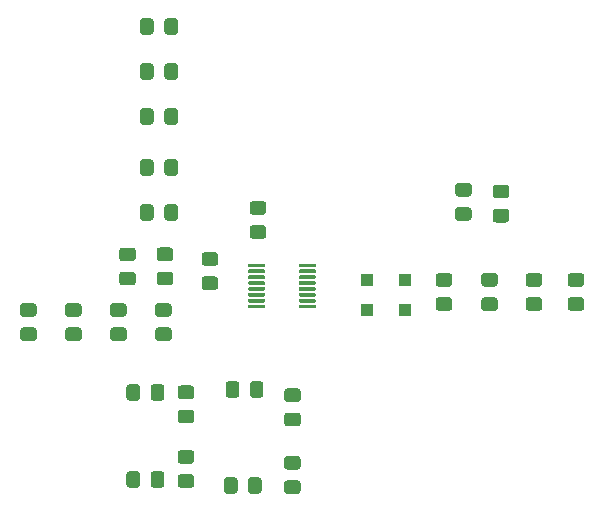
<source format=gbr>
%TF.GenerationSoftware,KiCad,Pcbnew,(5.1.9)-1*%
%TF.CreationDate,2021-07-15T19:41:30-04:00*%
%TF.ProjectId,detector_circuit_LTC6254,64657465-6374-46f7-925f-636972637569,rev?*%
%TF.SameCoordinates,Original*%
%TF.FileFunction,Paste,Top*%
%TF.FilePolarity,Positive*%
%FSLAX46Y46*%
G04 Gerber Fmt 4.6, Leading zero omitted, Abs format (unit mm)*
G04 Created by KiCad (PCBNEW (5.1.9)-1) date 2021-07-15 19:41:30*
%MOMM*%
%LPD*%
G01*
G04 APERTURE LIST*
%ADD10R,1.000000X1.000000*%
G04 APERTURE END LIST*
%TO.C,U1*%
G36*
G01*
X110518000Y-125960000D02*
X110518000Y-125810000D01*
G75*
G02*
X110593000Y-125735000I75000J0D01*
G01*
X111893000Y-125735000D01*
G75*
G02*
X111968000Y-125810000I0J-75000D01*
G01*
X111968000Y-125960000D01*
G75*
G02*
X111893000Y-126035000I-75000J0D01*
G01*
X110593000Y-126035000D01*
G75*
G02*
X110518000Y-125960000I0J75000D01*
G01*
G37*
G36*
G01*
X110518000Y-126460000D02*
X110518000Y-126310000D01*
G75*
G02*
X110593000Y-126235000I75000J0D01*
G01*
X111893000Y-126235000D01*
G75*
G02*
X111968000Y-126310000I0J-75000D01*
G01*
X111968000Y-126460000D01*
G75*
G02*
X111893000Y-126535000I-75000J0D01*
G01*
X110593000Y-126535000D01*
G75*
G02*
X110518000Y-126460000I0J75000D01*
G01*
G37*
G36*
G01*
X110518000Y-126960000D02*
X110518000Y-126810000D01*
G75*
G02*
X110593000Y-126735000I75000J0D01*
G01*
X111893000Y-126735000D01*
G75*
G02*
X111968000Y-126810000I0J-75000D01*
G01*
X111968000Y-126960000D01*
G75*
G02*
X111893000Y-127035000I-75000J0D01*
G01*
X110593000Y-127035000D01*
G75*
G02*
X110518000Y-126960000I0J75000D01*
G01*
G37*
G36*
G01*
X110518000Y-127460000D02*
X110518000Y-127310000D01*
G75*
G02*
X110593000Y-127235000I75000J0D01*
G01*
X111893000Y-127235000D01*
G75*
G02*
X111968000Y-127310000I0J-75000D01*
G01*
X111968000Y-127460000D01*
G75*
G02*
X111893000Y-127535000I-75000J0D01*
G01*
X110593000Y-127535000D01*
G75*
G02*
X110518000Y-127460000I0J75000D01*
G01*
G37*
G36*
G01*
X110518000Y-127960000D02*
X110518000Y-127810000D01*
G75*
G02*
X110593000Y-127735000I75000J0D01*
G01*
X111893000Y-127735000D01*
G75*
G02*
X111968000Y-127810000I0J-75000D01*
G01*
X111968000Y-127960000D01*
G75*
G02*
X111893000Y-128035000I-75000J0D01*
G01*
X110593000Y-128035000D01*
G75*
G02*
X110518000Y-127960000I0J75000D01*
G01*
G37*
G36*
G01*
X110518000Y-128460000D02*
X110518000Y-128310000D01*
G75*
G02*
X110593000Y-128235000I75000J0D01*
G01*
X111893000Y-128235000D01*
G75*
G02*
X111968000Y-128310000I0J-75000D01*
G01*
X111968000Y-128460000D01*
G75*
G02*
X111893000Y-128535000I-75000J0D01*
G01*
X110593000Y-128535000D01*
G75*
G02*
X110518000Y-128460000I0J75000D01*
G01*
G37*
G36*
G01*
X110518000Y-128960000D02*
X110518000Y-128810000D01*
G75*
G02*
X110593000Y-128735000I75000J0D01*
G01*
X111893000Y-128735000D01*
G75*
G02*
X111968000Y-128810000I0J-75000D01*
G01*
X111968000Y-128960000D01*
G75*
G02*
X111893000Y-129035000I-75000J0D01*
G01*
X110593000Y-129035000D01*
G75*
G02*
X110518000Y-128960000I0J75000D01*
G01*
G37*
G36*
G01*
X110518000Y-129460000D02*
X110518000Y-129310000D01*
G75*
G02*
X110593000Y-129235000I75000J0D01*
G01*
X111893000Y-129235000D01*
G75*
G02*
X111968000Y-129310000I0J-75000D01*
G01*
X111968000Y-129460000D01*
G75*
G02*
X111893000Y-129535000I-75000J0D01*
G01*
X110593000Y-129535000D01*
G75*
G02*
X110518000Y-129460000I0J75000D01*
G01*
G37*
G36*
G01*
X106218000Y-129460000D02*
X106218000Y-129310000D01*
G75*
G02*
X106293000Y-129235000I75000J0D01*
G01*
X107593000Y-129235000D01*
G75*
G02*
X107668000Y-129310000I0J-75000D01*
G01*
X107668000Y-129460000D01*
G75*
G02*
X107593000Y-129535000I-75000J0D01*
G01*
X106293000Y-129535000D01*
G75*
G02*
X106218000Y-129460000I0J75000D01*
G01*
G37*
G36*
G01*
X106218000Y-128960000D02*
X106218000Y-128810000D01*
G75*
G02*
X106293000Y-128735000I75000J0D01*
G01*
X107593000Y-128735000D01*
G75*
G02*
X107668000Y-128810000I0J-75000D01*
G01*
X107668000Y-128960000D01*
G75*
G02*
X107593000Y-129035000I-75000J0D01*
G01*
X106293000Y-129035000D01*
G75*
G02*
X106218000Y-128960000I0J75000D01*
G01*
G37*
G36*
G01*
X106218000Y-128460000D02*
X106218000Y-128310000D01*
G75*
G02*
X106293000Y-128235000I75000J0D01*
G01*
X107593000Y-128235000D01*
G75*
G02*
X107668000Y-128310000I0J-75000D01*
G01*
X107668000Y-128460000D01*
G75*
G02*
X107593000Y-128535000I-75000J0D01*
G01*
X106293000Y-128535000D01*
G75*
G02*
X106218000Y-128460000I0J75000D01*
G01*
G37*
G36*
G01*
X106218000Y-127960000D02*
X106218000Y-127810000D01*
G75*
G02*
X106293000Y-127735000I75000J0D01*
G01*
X107593000Y-127735000D01*
G75*
G02*
X107668000Y-127810000I0J-75000D01*
G01*
X107668000Y-127960000D01*
G75*
G02*
X107593000Y-128035000I-75000J0D01*
G01*
X106293000Y-128035000D01*
G75*
G02*
X106218000Y-127960000I0J75000D01*
G01*
G37*
G36*
G01*
X106218000Y-127460000D02*
X106218000Y-127310000D01*
G75*
G02*
X106293000Y-127235000I75000J0D01*
G01*
X107593000Y-127235000D01*
G75*
G02*
X107668000Y-127310000I0J-75000D01*
G01*
X107668000Y-127460000D01*
G75*
G02*
X107593000Y-127535000I-75000J0D01*
G01*
X106293000Y-127535000D01*
G75*
G02*
X106218000Y-127460000I0J75000D01*
G01*
G37*
G36*
G01*
X106218000Y-126960000D02*
X106218000Y-126810000D01*
G75*
G02*
X106293000Y-126735000I75000J0D01*
G01*
X107593000Y-126735000D01*
G75*
G02*
X107668000Y-126810000I0J-75000D01*
G01*
X107668000Y-126960000D01*
G75*
G02*
X107593000Y-127035000I-75000J0D01*
G01*
X106293000Y-127035000D01*
G75*
G02*
X106218000Y-126960000I0J75000D01*
G01*
G37*
G36*
G01*
X106218000Y-126460000D02*
X106218000Y-126310000D01*
G75*
G02*
X106293000Y-126235000I75000J0D01*
G01*
X107593000Y-126235000D01*
G75*
G02*
X107668000Y-126310000I0J-75000D01*
G01*
X107668000Y-126460000D01*
G75*
G02*
X107593000Y-126535000I-75000J0D01*
G01*
X106293000Y-126535000D01*
G75*
G02*
X106218000Y-126460000I0J75000D01*
G01*
G37*
G36*
G01*
X106218000Y-125960000D02*
X106218000Y-125810000D01*
G75*
G02*
X106293000Y-125735000I75000J0D01*
G01*
X107593000Y-125735000D01*
G75*
G02*
X107668000Y-125810000I0J-75000D01*
G01*
X107668000Y-125960000D01*
G75*
G02*
X107593000Y-126035000I-75000J0D01*
G01*
X106293000Y-126035000D01*
G75*
G02*
X106218000Y-125960000I0J75000D01*
G01*
G37*
%TD*%
%TO.C,R1*%
G36*
G01*
X107511001Y-121597000D02*
X106610999Y-121597000D01*
G75*
G02*
X106361000Y-121347001I0J249999D01*
G01*
X106361000Y-120696999D01*
G75*
G02*
X106610999Y-120447000I249999J0D01*
G01*
X107511001Y-120447000D01*
G75*
G02*
X107761000Y-120696999I0J-249999D01*
G01*
X107761000Y-121347001D01*
G75*
G02*
X107511001Y-121597000I-249999J0D01*
G01*
G37*
G36*
G01*
X107511001Y-123647000D02*
X106610999Y-123647000D01*
G75*
G02*
X106361000Y-123397001I0J249999D01*
G01*
X106361000Y-122746999D01*
G75*
G02*
X106610999Y-122497000I249999J0D01*
G01*
X107511001Y-122497000D01*
G75*
G02*
X107761000Y-122746999I0J-249999D01*
G01*
X107761000Y-123397001D01*
G75*
G02*
X107511001Y-123647000I-249999J0D01*
G01*
G37*
%TD*%
%TO.C,R26*%
G36*
G01*
X99628001Y-125525000D02*
X98727999Y-125525000D01*
G75*
G02*
X98478000Y-125275001I0J249999D01*
G01*
X98478000Y-124624999D01*
G75*
G02*
X98727999Y-124375000I249999J0D01*
G01*
X99628001Y-124375000D01*
G75*
G02*
X99878000Y-124624999I0J-249999D01*
G01*
X99878000Y-125275001D01*
G75*
G02*
X99628001Y-125525000I-249999J0D01*
G01*
G37*
G36*
G01*
X99628001Y-127575000D02*
X98727999Y-127575000D01*
G75*
G02*
X98478000Y-127325001I0J249999D01*
G01*
X98478000Y-126674999D01*
G75*
G02*
X98727999Y-126425000I249999J0D01*
G01*
X99628001Y-126425000D01*
G75*
G02*
X99878000Y-126674999I0J-249999D01*
G01*
X99878000Y-127325001D01*
G75*
G02*
X99628001Y-127575000I-249999J0D01*
G01*
G37*
%TD*%
%TO.C,R34*%
G36*
G01*
X95561999Y-126434000D02*
X96462001Y-126434000D01*
G75*
G02*
X96712000Y-126683999I0J-249999D01*
G01*
X96712000Y-127334001D01*
G75*
G02*
X96462001Y-127584000I-249999J0D01*
G01*
X95561999Y-127584000D01*
G75*
G02*
X95312000Y-127334001I0J249999D01*
G01*
X95312000Y-126683999D01*
G75*
G02*
X95561999Y-126434000I249999J0D01*
G01*
G37*
G36*
G01*
X95561999Y-124384000D02*
X96462001Y-124384000D01*
G75*
G02*
X96712000Y-124633999I0J-249999D01*
G01*
X96712000Y-125284001D01*
G75*
G02*
X96462001Y-125534000I-249999J0D01*
G01*
X95561999Y-125534000D01*
G75*
G02*
X95312000Y-125284001I0J249999D01*
G01*
X95312000Y-124633999D01*
G75*
G02*
X95561999Y-124384000I249999J0D01*
G01*
G37*
%TD*%
%TO.C,R39*%
G36*
G01*
X133534999Y-128593000D02*
X134435001Y-128593000D01*
G75*
G02*
X134685000Y-128842999I0J-249999D01*
G01*
X134685000Y-129493001D01*
G75*
G02*
X134435001Y-129743000I-249999J0D01*
G01*
X133534999Y-129743000D01*
G75*
G02*
X133285000Y-129493001I0J249999D01*
G01*
X133285000Y-128842999D01*
G75*
G02*
X133534999Y-128593000I249999J0D01*
G01*
G37*
G36*
G01*
X133534999Y-126543000D02*
X134435001Y-126543000D01*
G75*
G02*
X134685000Y-126792999I0J-249999D01*
G01*
X134685000Y-127443001D01*
G75*
G02*
X134435001Y-127693000I-249999J0D01*
G01*
X133534999Y-127693000D01*
G75*
G02*
X133285000Y-127443001I0J249999D01*
G01*
X133285000Y-126792999D01*
G75*
G02*
X133534999Y-126543000I249999J0D01*
G01*
G37*
%TD*%
%TO.C,C32*%
G36*
G01*
X97077000Y-136201999D02*
X97077000Y-137102001D01*
G75*
G02*
X96827001Y-137352000I-249999J0D01*
G01*
X96176999Y-137352000D01*
G75*
G02*
X95927000Y-137102001I0J249999D01*
G01*
X95927000Y-136201999D01*
G75*
G02*
X96176999Y-135952000I249999J0D01*
G01*
X96827001Y-135952000D01*
G75*
G02*
X97077000Y-136201999I0J-249999D01*
G01*
G37*
G36*
G01*
X99127000Y-136201999D02*
X99127000Y-137102001D01*
G75*
G02*
X98877001Y-137352000I-249999J0D01*
G01*
X98226999Y-137352000D01*
G75*
G02*
X97977000Y-137102001I0J249999D01*
G01*
X97977000Y-136201999D01*
G75*
G02*
X98226999Y-135952000I249999J0D01*
G01*
X98877001Y-135952000D01*
G75*
G02*
X99127000Y-136201999I0J-249999D01*
G01*
G37*
%TD*%
%TO.C,C27*%
G36*
G01*
X127184999Y-121109000D02*
X128085001Y-121109000D01*
G75*
G02*
X128335000Y-121358999I0J-249999D01*
G01*
X128335000Y-122009001D01*
G75*
G02*
X128085001Y-122259000I-249999J0D01*
G01*
X127184999Y-122259000D01*
G75*
G02*
X126935000Y-122009001I0J249999D01*
G01*
X126935000Y-121358999D01*
G75*
G02*
X127184999Y-121109000I249999J0D01*
G01*
G37*
G36*
G01*
X127184999Y-119059000D02*
X128085001Y-119059000D01*
G75*
G02*
X128335000Y-119308999I0J-249999D01*
G01*
X128335000Y-119959001D01*
G75*
G02*
X128085001Y-120209000I-249999J0D01*
G01*
X127184999Y-120209000D01*
G75*
G02*
X126935000Y-119959001I0J249999D01*
G01*
X126935000Y-119308999D01*
G75*
G02*
X127184999Y-119059000I249999J0D01*
G01*
G37*
%TD*%
%TO.C,C37*%
G36*
G01*
X122358999Y-128593000D02*
X123259001Y-128593000D01*
G75*
G02*
X123509000Y-128842999I0J-249999D01*
G01*
X123509000Y-129493001D01*
G75*
G02*
X123259001Y-129743000I-249999J0D01*
G01*
X122358999Y-129743000D01*
G75*
G02*
X122109000Y-129493001I0J249999D01*
G01*
X122109000Y-128842999D01*
G75*
G02*
X122358999Y-128593000I249999J0D01*
G01*
G37*
G36*
G01*
X122358999Y-126543000D02*
X123259001Y-126543000D01*
G75*
G02*
X123509000Y-126792999I0J-249999D01*
G01*
X123509000Y-127443001D01*
G75*
G02*
X123259001Y-127693000I-249999J0D01*
G01*
X122358999Y-127693000D01*
G75*
G02*
X122109000Y-127443001I0J249999D01*
G01*
X122109000Y-126792999D01*
G75*
G02*
X122358999Y-126543000I249999J0D01*
G01*
G37*
%TD*%
%TO.C,R42*%
G36*
G01*
X124009999Y-120964000D02*
X124910001Y-120964000D01*
G75*
G02*
X125160000Y-121213999I0J-249999D01*
G01*
X125160000Y-121864001D01*
G75*
G02*
X124910001Y-122114000I-249999J0D01*
G01*
X124009999Y-122114000D01*
G75*
G02*
X123760000Y-121864001I0J249999D01*
G01*
X123760000Y-121213999D01*
G75*
G02*
X124009999Y-120964000I249999J0D01*
G01*
G37*
G36*
G01*
X124009999Y-118914000D02*
X124910001Y-118914000D01*
G75*
G02*
X125160000Y-119163999I0J-249999D01*
G01*
X125160000Y-119814001D01*
G75*
G02*
X124910001Y-120064000I-249999J0D01*
G01*
X124009999Y-120064000D01*
G75*
G02*
X123760000Y-119814001I0J249999D01*
G01*
X123760000Y-119163999D01*
G75*
G02*
X124009999Y-118914000I249999J0D01*
G01*
G37*
%TD*%
D10*
%TO.C,D2*%
X119507000Y-129647000D03*
X119507000Y-127147000D03*
%TD*%
%TO.C,R40*%
G36*
G01*
X99129000Y-121862001D02*
X99129000Y-120961999D01*
G75*
G02*
X99378999Y-120712000I249999J0D01*
G01*
X100029001Y-120712000D01*
G75*
G02*
X100279000Y-120961999I0J-249999D01*
G01*
X100279000Y-121862001D01*
G75*
G02*
X100029001Y-122112000I-249999J0D01*
G01*
X99378999Y-122112000D01*
G75*
G02*
X99129000Y-121862001I0J249999D01*
G01*
G37*
G36*
G01*
X97079000Y-121862001D02*
X97079000Y-120961999D01*
G75*
G02*
X97328999Y-120712000I249999J0D01*
G01*
X97979001Y-120712000D01*
G75*
G02*
X98229000Y-120961999I0J-249999D01*
G01*
X98229000Y-121862001D01*
G75*
G02*
X97979001Y-122112000I-249999J0D01*
G01*
X97328999Y-122112000D01*
G75*
G02*
X97079000Y-121862001I0J249999D01*
G01*
G37*
%TD*%
%TO.C,R36*%
G36*
G01*
X91890001Y-130242000D02*
X90989999Y-130242000D01*
G75*
G02*
X90740000Y-129992001I0J249999D01*
G01*
X90740000Y-129341999D01*
G75*
G02*
X90989999Y-129092000I249999J0D01*
G01*
X91890001Y-129092000D01*
G75*
G02*
X92140000Y-129341999I0J-249999D01*
G01*
X92140000Y-129992001D01*
G75*
G02*
X91890001Y-130242000I-249999J0D01*
G01*
G37*
G36*
G01*
X91890001Y-132292000D02*
X90989999Y-132292000D01*
G75*
G02*
X90740000Y-132042001I0J249999D01*
G01*
X90740000Y-131391999D01*
G75*
G02*
X90989999Y-131142000I249999J0D01*
G01*
X91890001Y-131142000D01*
G75*
G02*
X92140000Y-131391999I0J-249999D01*
G01*
X92140000Y-132042001D01*
G75*
G02*
X91890001Y-132292000I-249999J0D01*
G01*
G37*
%TD*%
%TO.C,R35*%
G36*
G01*
X88080001Y-130242000D02*
X87179999Y-130242000D01*
G75*
G02*
X86930000Y-129992001I0J249999D01*
G01*
X86930000Y-129341999D01*
G75*
G02*
X87179999Y-129092000I249999J0D01*
G01*
X88080001Y-129092000D01*
G75*
G02*
X88330000Y-129341999I0J-249999D01*
G01*
X88330000Y-129992001D01*
G75*
G02*
X88080001Y-130242000I-249999J0D01*
G01*
G37*
G36*
G01*
X88080001Y-132292000D02*
X87179999Y-132292000D01*
G75*
G02*
X86930000Y-132042001I0J249999D01*
G01*
X86930000Y-131391999D01*
G75*
G02*
X87179999Y-131142000I249999J0D01*
G01*
X88080001Y-131142000D01*
G75*
G02*
X88330000Y-131391999I0J-249999D01*
G01*
X88330000Y-132042001D01*
G75*
G02*
X88080001Y-132292000I-249999J0D01*
G01*
G37*
%TD*%
%TO.C,R33*%
G36*
G01*
X107382000Y-144075999D02*
X107382000Y-144976001D01*
G75*
G02*
X107132001Y-145226000I-249999J0D01*
G01*
X106481999Y-145226000D01*
G75*
G02*
X106232000Y-144976001I0J249999D01*
G01*
X106232000Y-144075999D01*
G75*
G02*
X106481999Y-143826000I249999J0D01*
G01*
X107132001Y-143826000D01*
G75*
G02*
X107382000Y-144075999I0J-249999D01*
G01*
G37*
G36*
G01*
X105332000Y-144075999D02*
X105332000Y-144976001D01*
G75*
G02*
X105082001Y-145226000I-249999J0D01*
G01*
X104431999Y-145226000D01*
G75*
G02*
X104182000Y-144976001I0J249999D01*
G01*
X104182000Y-144075999D01*
G75*
G02*
X104431999Y-143826000I249999J0D01*
G01*
X105082001Y-143826000D01*
G75*
G02*
X105332000Y-144075999I0J-249999D01*
G01*
G37*
%TD*%
%TO.C,R32*%
G36*
G01*
X101415001Y-142679000D02*
X100514999Y-142679000D01*
G75*
G02*
X100265000Y-142429001I0J249999D01*
G01*
X100265000Y-141778999D01*
G75*
G02*
X100514999Y-141529000I249999J0D01*
G01*
X101415001Y-141529000D01*
G75*
G02*
X101665000Y-141778999I0J-249999D01*
G01*
X101665000Y-142429001D01*
G75*
G02*
X101415001Y-142679000I-249999J0D01*
G01*
G37*
G36*
G01*
X101415001Y-144729000D02*
X100514999Y-144729000D01*
G75*
G02*
X100265000Y-144479001I0J249999D01*
G01*
X100265000Y-143828999D01*
G75*
G02*
X100514999Y-143579000I249999J0D01*
G01*
X101415001Y-143579000D01*
G75*
G02*
X101665000Y-143828999I0J-249999D01*
G01*
X101665000Y-144479001D01*
G75*
G02*
X101415001Y-144729000I-249999J0D01*
G01*
G37*
%TD*%
%TO.C,R31*%
G36*
G01*
X99129000Y-113734001D02*
X99129000Y-112833999D01*
G75*
G02*
X99378999Y-112584000I249999J0D01*
G01*
X100029001Y-112584000D01*
G75*
G02*
X100279000Y-112833999I0J-249999D01*
G01*
X100279000Y-113734001D01*
G75*
G02*
X100029001Y-113984000I-249999J0D01*
G01*
X99378999Y-113984000D01*
G75*
G02*
X99129000Y-113734001I0J249999D01*
G01*
G37*
G36*
G01*
X97079000Y-113734001D02*
X97079000Y-112833999D01*
G75*
G02*
X97328999Y-112584000I249999J0D01*
G01*
X97979001Y-112584000D01*
G75*
G02*
X98229000Y-112833999I0J-249999D01*
G01*
X98229000Y-113734001D01*
G75*
G02*
X97979001Y-113984000I-249999J0D01*
G01*
X97328999Y-113984000D01*
G75*
G02*
X97079000Y-113734001I0J249999D01*
G01*
G37*
%TD*%
%TO.C,R30*%
G36*
G01*
X126219799Y-128593000D02*
X127119801Y-128593000D01*
G75*
G02*
X127369800Y-128842999I0J-249999D01*
G01*
X127369800Y-129493001D01*
G75*
G02*
X127119801Y-129743000I-249999J0D01*
G01*
X126219799Y-129743000D01*
G75*
G02*
X125969800Y-129493001I0J249999D01*
G01*
X125969800Y-128842999D01*
G75*
G02*
X126219799Y-128593000I249999J0D01*
G01*
G37*
G36*
G01*
X126219799Y-126543000D02*
X127119801Y-126543000D01*
G75*
G02*
X127369800Y-126792999I0J-249999D01*
G01*
X127369800Y-127443001D01*
G75*
G02*
X127119801Y-127693000I-249999J0D01*
G01*
X126219799Y-127693000D01*
G75*
G02*
X125969800Y-127443001I0J249999D01*
G01*
X125969800Y-126792999D01*
G75*
G02*
X126219799Y-126543000I249999J0D01*
G01*
G37*
%TD*%
%TO.C,R27*%
G36*
G01*
X99510001Y-130242000D02*
X98609999Y-130242000D01*
G75*
G02*
X98360000Y-129992001I0J249999D01*
G01*
X98360000Y-129341999D01*
G75*
G02*
X98609999Y-129092000I249999J0D01*
G01*
X99510001Y-129092000D01*
G75*
G02*
X99760000Y-129341999I0J-249999D01*
G01*
X99760000Y-129992001D01*
G75*
G02*
X99510001Y-130242000I-249999J0D01*
G01*
G37*
G36*
G01*
X99510001Y-132292000D02*
X98609999Y-132292000D01*
G75*
G02*
X98360000Y-132042001I0J249999D01*
G01*
X98360000Y-131391999D01*
G75*
G02*
X98609999Y-131142000I249999J0D01*
G01*
X99510001Y-131142000D01*
G75*
G02*
X99760000Y-131391999I0J-249999D01*
G01*
X99760000Y-132042001D01*
G75*
G02*
X99510001Y-132292000I-249999J0D01*
G01*
G37*
%TD*%
%TO.C,R25*%
G36*
G01*
X105477000Y-135947999D02*
X105477000Y-136848001D01*
G75*
G02*
X105227001Y-137098000I-249999J0D01*
G01*
X104576999Y-137098000D01*
G75*
G02*
X104327000Y-136848001I0J249999D01*
G01*
X104327000Y-135947999D01*
G75*
G02*
X104576999Y-135698000I249999J0D01*
G01*
X105227001Y-135698000D01*
G75*
G02*
X105477000Y-135947999I0J-249999D01*
G01*
G37*
G36*
G01*
X107527000Y-135947999D02*
X107527000Y-136848001D01*
G75*
G02*
X107277001Y-137098000I-249999J0D01*
G01*
X106626999Y-137098000D01*
G75*
G02*
X106377000Y-136848001I0J249999D01*
G01*
X106377000Y-135947999D01*
G75*
G02*
X106626999Y-135698000I249999J0D01*
G01*
X107277001Y-135698000D01*
G75*
G02*
X107527000Y-135947999I0J-249999D01*
G01*
G37*
%TD*%
%TO.C,R24*%
G36*
G01*
X100514999Y-138109000D02*
X101415001Y-138109000D01*
G75*
G02*
X101665000Y-138358999I0J-249999D01*
G01*
X101665000Y-139009001D01*
G75*
G02*
X101415001Y-139259000I-249999J0D01*
G01*
X100514999Y-139259000D01*
G75*
G02*
X100265000Y-139009001I0J249999D01*
G01*
X100265000Y-138358999D01*
G75*
G02*
X100514999Y-138109000I249999J0D01*
G01*
G37*
G36*
G01*
X100514999Y-136059000D02*
X101415001Y-136059000D01*
G75*
G02*
X101665000Y-136308999I0J-249999D01*
G01*
X101665000Y-136959001D01*
G75*
G02*
X101415001Y-137209000I-249999J0D01*
G01*
X100514999Y-137209000D01*
G75*
G02*
X100265000Y-136959001I0J249999D01*
G01*
X100265000Y-136308999D01*
G75*
G02*
X100514999Y-136059000I249999J0D01*
G01*
G37*
%TD*%
%TO.C,R17*%
G36*
G01*
X99129000Y-109924001D02*
X99129000Y-109023999D01*
G75*
G02*
X99378999Y-108774000I249999J0D01*
G01*
X100029001Y-108774000D01*
G75*
G02*
X100279000Y-109023999I0J-249999D01*
G01*
X100279000Y-109924001D01*
G75*
G02*
X100029001Y-110174000I-249999J0D01*
G01*
X99378999Y-110174000D01*
G75*
G02*
X99129000Y-109924001I0J249999D01*
G01*
G37*
G36*
G01*
X97079000Y-109924001D02*
X97079000Y-109023999D01*
G75*
G02*
X97328999Y-108774000I249999J0D01*
G01*
X97979001Y-108774000D01*
G75*
G02*
X98229000Y-109023999I0J-249999D01*
G01*
X98229000Y-109924001D01*
G75*
G02*
X97979001Y-110174000I-249999J0D01*
G01*
X97328999Y-110174000D01*
G75*
G02*
X97079000Y-109924001I0J249999D01*
G01*
G37*
%TD*%
%TO.C,R16*%
G36*
G01*
X99129000Y-106114001D02*
X99129000Y-105213999D01*
G75*
G02*
X99378999Y-104964000I249999J0D01*
G01*
X100029001Y-104964000D01*
G75*
G02*
X100279000Y-105213999I0J-249999D01*
G01*
X100279000Y-106114001D01*
G75*
G02*
X100029001Y-106364000I-249999J0D01*
G01*
X99378999Y-106364000D01*
G75*
G02*
X99129000Y-106114001I0J249999D01*
G01*
G37*
G36*
G01*
X97079000Y-106114001D02*
X97079000Y-105213999D01*
G75*
G02*
X97328999Y-104964000I249999J0D01*
G01*
X97979001Y-104964000D01*
G75*
G02*
X98229000Y-105213999I0J-249999D01*
G01*
X98229000Y-106114001D01*
G75*
G02*
X97979001Y-106364000I-249999J0D01*
G01*
X97328999Y-106364000D01*
G75*
G02*
X97079000Y-106114001I0J249999D01*
G01*
G37*
%TD*%
%TO.C,D6*%
X116332000Y-129667000D03*
X116332000Y-127167000D03*
%TD*%
%TO.C,C39*%
G36*
G01*
X103447001Y-125924000D02*
X102546999Y-125924000D01*
G75*
G02*
X102297000Y-125674001I0J249999D01*
G01*
X102297000Y-125023999D01*
G75*
G02*
X102546999Y-124774000I249999J0D01*
G01*
X103447001Y-124774000D01*
G75*
G02*
X103697000Y-125023999I0J-249999D01*
G01*
X103697000Y-125674001D01*
G75*
G02*
X103447001Y-125924000I-249999J0D01*
G01*
G37*
G36*
G01*
X103447001Y-127974000D02*
X102546999Y-127974000D01*
G75*
G02*
X102297000Y-127724001I0J249999D01*
G01*
X102297000Y-127073999D01*
G75*
G02*
X102546999Y-126824000I249999J0D01*
G01*
X103447001Y-126824000D01*
G75*
G02*
X103697000Y-127073999I0J-249999D01*
G01*
X103697000Y-127724001D01*
G75*
G02*
X103447001Y-127974000I-249999J0D01*
G01*
G37*
%TD*%
%TO.C,C36*%
G36*
G01*
X95700001Y-130242000D02*
X94799999Y-130242000D01*
G75*
G02*
X94550000Y-129992001I0J249999D01*
G01*
X94550000Y-129341999D01*
G75*
G02*
X94799999Y-129092000I249999J0D01*
G01*
X95700001Y-129092000D01*
G75*
G02*
X95950000Y-129341999I0J-249999D01*
G01*
X95950000Y-129992001D01*
G75*
G02*
X95700001Y-130242000I-249999J0D01*
G01*
G37*
G36*
G01*
X95700001Y-132292000D02*
X94799999Y-132292000D01*
G75*
G02*
X94550000Y-132042001I0J249999D01*
G01*
X94550000Y-131391999D01*
G75*
G02*
X94799999Y-131142000I249999J0D01*
G01*
X95700001Y-131142000D01*
G75*
G02*
X95950000Y-131391999I0J-249999D01*
G01*
X95950000Y-132042001D01*
G75*
G02*
X95700001Y-132292000I-249999J0D01*
G01*
G37*
%TD*%
%TO.C,C33*%
G36*
G01*
X110432001Y-137463000D02*
X109531999Y-137463000D01*
G75*
G02*
X109282000Y-137213001I0J249999D01*
G01*
X109282000Y-136562999D01*
G75*
G02*
X109531999Y-136313000I249999J0D01*
G01*
X110432001Y-136313000D01*
G75*
G02*
X110682000Y-136562999I0J-249999D01*
G01*
X110682000Y-137213001D01*
G75*
G02*
X110432001Y-137463000I-249999J0D01*
G01*
G37*
G36*
G01*
X110432001Y-139513000D02*
X109531999Y-139513000D01*
G75*
G02*
X109282000Y-139263001I0J249999D01*
G01*
X109282000Y-138612999D01*
G75*
G02*
X109531999Y-138363000I249999J0D01*
G01*
X110432001Y-138363000D01*
G75*
G02*
X110682000Y-138612999I0J-249999D01*
G01*
X110682000Y-139263001D01*
G75*
G02*
X110432001Y-139513000I-249999J0D01*
G01*
G37*
%TD*%
%TO.C,C31*%
G36*
G01*
X99129000Y-118052001D02*
X99129000Y-117151999D01*
G75*
G02*
X99378999Y-116902000I249999J0D01*
G01*
X100029001Y-116902000D01*
G75*
G02*
X100279000Y-117151999I0J-249999D01*
G01*
X100279000Y-118052001D01*
G75*
G02*
X100029001Y-118302000I-249999J0D01*
G01*
X99378999Y-118302000D01*
G75*
G02*
X99129000Y-118052001I0J249999D01*
G01*
G37*
G36*
G01*
X97079000Y-118052001D02*
X97079000Y-117151999D01*
G75*
G02*
X97328999Y-116902000I249999J0D01*
G01*
X97979001Y-116902000D01*
G75*
G02*
X98229000Y-117151999I0J-249999D01*
G01*
X98229000Y-118052001D01*
G75*
G02*
X97979001Y-118302000I-249999J0D01*
G01*
X97328999Y-118302000D01*
G75*
G02*
X97079000Y-118052001I0J249999D01*
G01*
G37*
%TD*%
%TO.C,C19*%
G36*
G01*
X129978999Y-128593000D02*
X130879001Y-128593000D01*
G75*
G02*
X131129000Y-128842999I0J-249999D01*
G01*
X131129000Y-129493001D01*
G75*
G02*
X130879001Y-129743000I-249999J0D01*
G01*
X129978999Y-129743000D01*
G75*
G02*
X129729000Y-129493001I0J249999D01*
G01*
X129729000Y-128842999D01*
G75*
G02*
X129978999Y-128593000I249999J0D01*
G01*
G37*
G36*
G01*
X129978999Y-126543000D02*
X130879001Y-126543000D01*
G75*
G02*
X131129000Y-126792999I0J-249999D01*
G01*
X131129000Y-127443001D01*
G75*
G02*
X130879001Y-127693000I-249999J0D01*
G01*
X129978999Y-127693000D01*
G75*
G02*
X129729000Y-127443001I0J249999D01*
G01*
X129729000Y-126792999D01*
G75*
G02*
X129978999Y-126543000I249999J0D01*
G01*
G37*
%TD*%
%TO.C,C18*%
G36*
G01*
X109531999Y-142037000D02*
X110432001Y-142037000D01*
G75*
G02*
X110682000Y-142286999I0J-249999D01*
G01*
X110682000Y-142937001D01*
G75*
G02*
X110432001Y-143187000I-249999J0D01*
G01*
X109531999Y-143187000D01*
G75*
G02*
X109282000Y-142937001I0J249999D01*
G01*
X109282000Y-142286999D01*
G75*
G02*
X109531999Y-142037000I249999J0D01*
G01*
G37*
G36*
G01*
X109531999Y-144087000D02*
X110432001Y-144087000D01*
G75*
G02*
X110682000Y-144336999I0J-249999D01*
G01*
X110682000Y-144987001D01*
G75*
G02*
X110432001Y-145237000I-249999J0D01*
G01*
X109531999Y-145237000D01*
G75*
G02*
X109282000Y-144987001I0J249999D01*
G01*
X109282000Y-144336999D01*
G75*
G02*
X109531999Y-144087000I249999J0D01*
G01*
G37*
%TD*%
%TO.C,C17*%
G36*
G01*
X97077000Y-143567999D02*
X97077000Y-144468001D01*
G75*
G02*
X96827001Y-144718000I-249999J0D01*
G01*
X96176999Y-144718000D01*
G75*
G02*
X95927000Y-144468001I0J249999D01*
G01*
X95927000Y-143567999D01*
G75*
G02*
X96176999Y-143318000I249999J0D01*
G01*
X96827001Y-143318000D01*
G75*
G02*
X97077000Y-143567999I0J-249999D01*
G01*
G37*
G36*
G01*
X99127000Y-143567999D02*
X99127000Y-144468001D01*
G75*
G02*
X98877001Y-144718000I-249999J0D01*
G01*
X98226999Y-144718000D01*
G75*
G02*
X97977000Y-144468001I0J249999D01*
G01*
X97977000Y-143567999D01*
G75*
G02*
X98226999Y-143318000I249999J0D01*
G01*
X98877001Y-143318000D01*
G75*
G02*
X99127000Y-143567999I0J-249999D01*
G01*
G37*
%TD*%
M02*

</source>
